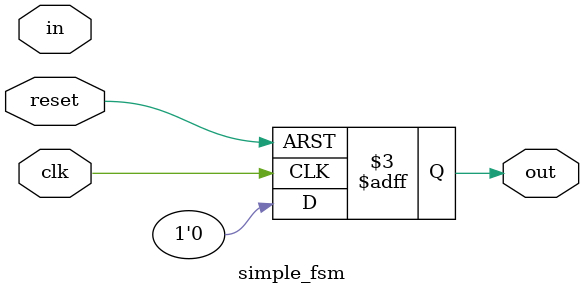
<source format=v>
module simple_fsm(clk, reset, in, out);
input clk;
input reset;
input in;
output out;
wire out;
reg present_state, next_state;
// In state 0, if in=1, stay in state 0. In state 0, if in=0, go to state 1
// In state 1, if in=1, stay in state 1. In state 1, if in=0, go to state 0
// out=1 in state 0 and out=0 in state 1
// out=0 in state 0. The output is not defined in state 1
// after reset, next_state reset to 0
always@(posedge clk, negedge reset)
begin
if(!reset)	//if reset, present_state <=0; next state =0;
begin
present_state <= 0;
next_state <= 0;
out <= 0;
end
else	//else, present state <= next state;
begin
present_state <= next_state;
next_state <= 0;
out <= 0;
end
end
endmodule

</source>
